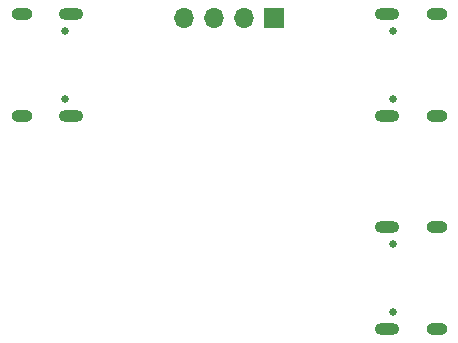
<source format=gbr>
G04 #@! TF.GenerationSoftware,KiCad,Pcbnew,8.0.8*
G04 #@! TF.CreationDate,2025-08-23T08:43:18-04:00*
G04 #@! TF.ProjectId,project-hw-usbc-mux-demux,70726f6a-6563-4742-9d68-772d75736263,rev?*
G04 #@! TF.SameCoordinates,Original*
G04 #@! TF.FileFunction,Soldermask,Bot*
G04 #@! TF.FilePolarity,Negative*
%FSLAX46Y46*%
G04 Gerber Fmt 4.6, Leading zero omitted, Abs format (unit mm)*
G04 Created by KiCad (PCBNEW 8.0.8) date 2025-08-23 08:43:18*
%MOMM*%
%LPD*%
G01*
G04 APERTURE LIST*
%ADD10C,0.650000*%
%ADD11O,2.100000X1.000000*%
%ADD12O,1.800000X1.000000*%
%ADD13R,1.700000X1.700000*%
%ADD14O,1.700000X1.700000*%
G04 APERTURE END LIST*
D10*
X63895000Y-46890000D03*
X63895000Y-41110000D03*
D11*
X63395000Y-48320000D03*
D12*
X67575000Y-48320000D03*
D11*
X63395000Y-39680000D03*
D12*
X67575000Y-39680000D03*
D10*
X63895000Y-28890000D03*
X63895000Y-23110000D03*
D11*
X63395000Y-30320000D03*
D12*
X67575000Y-30320000D03*
D11*
X63395000Y-21680000D03*
D12*
X67575000Y-21680000D03*
D10*
X36105000Y-23110000D03*
X36105000Y-28890000D03*
D11*
X36605000Y-21680000D03*
D12*
X32425000Y-21680000D03*
D11*
X36605000Y-30320000D03*
D12*
X32425000Y-30320000D03*
D13*
X53800000Y-22000000D03*
D14*
X51260000Y-22000000D03*
X48720000Y-22000000D03*
X46180000Y-22000000D03*
M02*

</source>
